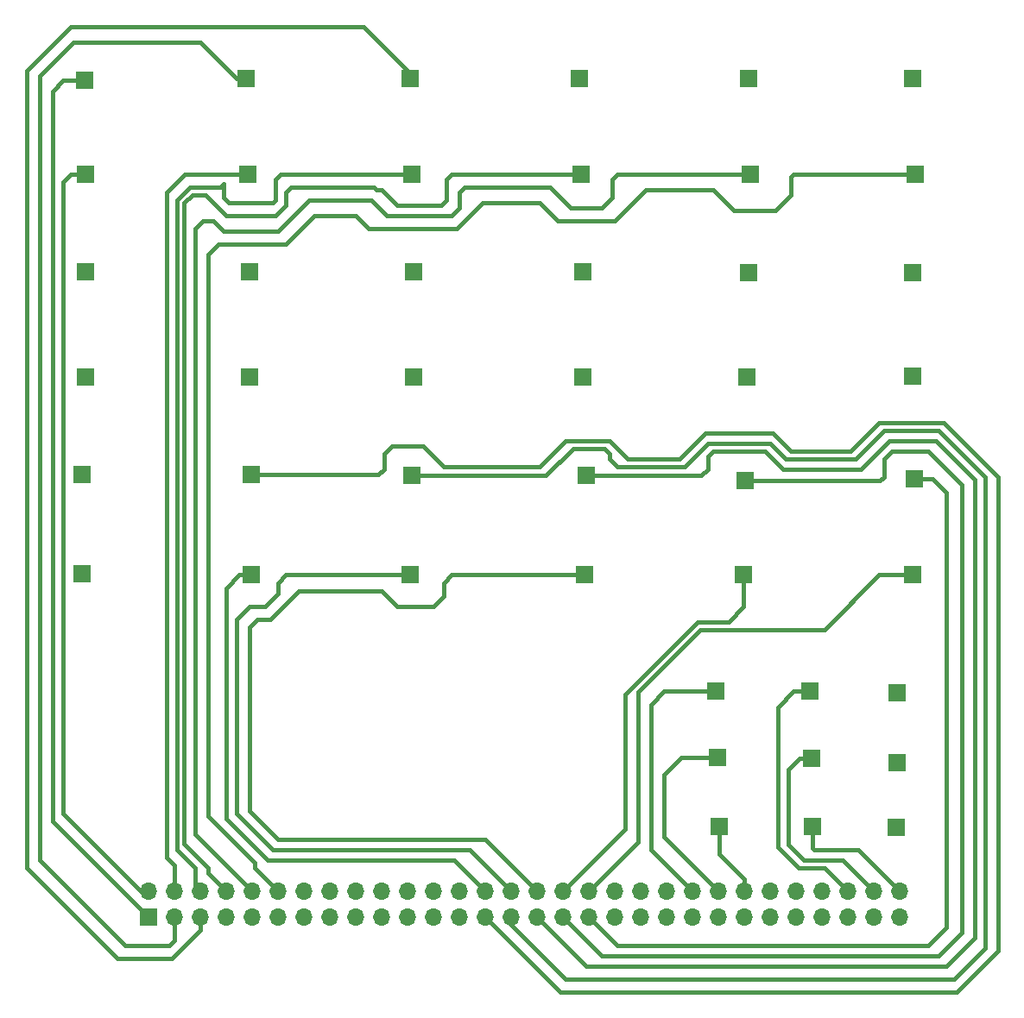
<source format=gtl>
G04 #@! TF.FileFunction,Copper,L1,Top,Signal*
%FSLAX46Y46*%
G04 Gerber Fmt 4.6, Leading zero omitted, Abs format (unit mm)*
G04 Created by KiCad (PCBNEW 4.0.7) date 03/13/18 19:14:56*
%MOMM*%
%LPD*%
G01*
G04 APERTURE LIST*
%ADD10C,0.100000*%
%ADD11R,1.700000X1.700000*%
%ADD12O,1.700000X1.700000*%
%ADD13C,0.400000*%
G04 APERTURE END LIST*
D10*
D11*
X98044000Y-148082000D03*
D12*
X98044000Y-145542000D03*
X100584000Y-148082000D03*
X100584000Y-145542000D03*
X103124000Y-148082000D03*
X103124000Y-145542000D03*
X105664000Y-148082000D03*
X105664000Y-145542000D03*
X108204000Y-148082000D03*
X108204000Y-145542000D03*
X110744000Y-148082000D03*
X110744000Y-145542000D03*
X113284000Y-148082000D03*
X113284000Y-145542000D03*
X115824000Y-148082000D03*
X115824000Y-145542000D03*
X118364000Y-148082000D03*
X118364000Y-145542000D03*
X120904000Y-148082000D03*
X120904000Y-145542000D03*
X123444000Y-148082000D03*
X123444000Y-145542000D03*
X125984000Y-148082000D03*
X125984000Y-145542000D03*
X128524000Y-148082000D03*
X128524000Y-145542000D03*
X131064000Y-148082000D03*
X131064000Y-145542000D03*
X133604000Y-148082000D03*
X133604000Y-145542000D03*
X136144000Y-148082000D03*
X136144000Y-145542000D03*
X138684000Y-148082000D03*
X138684000Y-145542000D03*
X141224000Y-148082000D03*
X141224000Y-145542000D03*
X143764000Y-148082000D03*
X143764000Y-145542000D03*
X146304000Y-148082000D03*
X146304000Y-145542000D03*
X148844000Y-148082000D03*
X148844000Y-145542000D03*
X151384000Y-148082000D03*
X151384000Y-145542000D03*
X153924000Y-148082000D03*
X153924000Y-145542000D03*
X156464000Y-148082000D03*
X156464000Y-145542000D03*
X159004000Y-148082000D03*
X159004000Y-145542000D03*
X161544000Y-148082000D03*
X161544000Y-145542000D03*
X164084000Y-148082000D03*
X164084000Y-145542000D03*
X166624000Y-148082000D03*
X166624000Y-145542000D03*
X169164000Y-148082000D03*
X169164000Y-145542000D03*
X171704000Y-148082000D03*
X171704000Y-145542000D03*
D11*
X91897619Y-75187000D03*
X107829619Y-75187000D03*
X123923619Y-75187000D03*
X140525619Y-75187000D03*
X157127619Y-75187000D03*
X173221619Y-75187000D03*
X91897619Y-95105000D03*
X107991619Y-95105000D03*
X124085619Y-95105000D03*
X140687619Y-95105000D03*
X156781619Y-95105000D03*
X173015619Y-94999000D03*
X91595619Y-114409000D03*
X108153619Y-114515000D03*
X123739619Y-114515000D03*
X140849619Y-114515000D03*
X156435619Y-114515000D03*
X173037619Y-114515000D03*
X91849619Y-66001000D03*
X107645619Y-65853000D03*
X123739619Y-65853000D03*
X140341619Y-65853000D03*
X156943619Y-65853000D03*
X173037619Y-65853000D03*
X91897619Y-84755000D03*
X107991619Y-84755000D03*
X124085619Y-84755000D03*
X140687619Y-84755000D03*
X156921619Y-84861000D03*
X173015619Y-84861000D03*
X91573619Y-104673000D03*
X108175619Y-104673000D03*
X123901619Y-104779000D03*
X141011619Y-104779000D03*
X156597619Y-105287000D03*
X173177619Y-105139000D03*
X153711619Y-125967000D03*
X153873619Y-132423000D03*
X154000619Y-139260000D03*
X171443619Y-126093000D03*
X171491619Y-132931000D03*
X171408619Y-139322000D03*
X162947619Y-125967000D03*
X163131619Y-132507000D03*
X163223619Y-139259000D03*
D13*
X91849619Y-66001000D02*
X89701000Y-66001000D01*
X88646000Y-138684000D02*
X98044000Y-148082000D01*
X88646000Y-67056000D02*
X88646000Y-138684000D01*
X89701000Y-66001000D02*
X88646000Y-67056000D01*
X91897619Y-75187000D02*
X90421000Y-75187000D01*
X89662000Y-137922000D02*
X97282000Y-145542000D01*
X89662000Y-75946000D02*
X89662000Y-137922000D01*
X90421000Y-75187000D02*
X89662000Y-75946000D01*
X97282000Y-145542000D02*
X98044000Y-145542000D01*
X107645619Y-65853000D02*
X106747000Y-65853000D01*
X100584000Y-150368000D02*
X100584000Y-148082000D01*
X100076000Y-150876000D02*
X100584000Y-150368000D01*
X95758000Y-150876000D02*
X100076000Y-150876000D01*
X87376000Y-142494000D02*
X95758000Y-150876000D01*
X87376000Y-65532000D02*
X87376000Y-142494000D01*
X90678000Y-62230000D02*
X87376000Y-65532000D01*
X103124000Y-62230000D02*
X90678000Y-62230000D01*
X106747000Y-65853000D02*
X103124000Y-62230000D01*
X107829619Y-75187000D02*
X101597000Y-75187000D01*
X100584000Y-143002000D02*
X100584000Y-145542000D01*
X99822000Y-142240000D02*
X100584000Y-143002000D01*
X99822000Y-76962000D02*
X99822000Y-142240000D01*
X101597000Y-75187000D02*
X99822000Y-76962000D01*
X123739619Y-65853000D02*
X123739619Y-65319619D01*
X123739619Y-65319619D02*
X119126000Y-60706000D01*
X119126000Y-60706000D02*
X90424000Y-60706000D01*
X90424000Y-60706000D02*
X86106000Y-65024000D01*
X86106000Y-65024000D02*
X86106000Y-143256000D01*
X86106000Y-143256000D02*
X94996000Y-152146000D01*
X94996000Y-152146000D02*
X100330000Y-152146000D01*
X100330000Y-152146000D02*
X103124000Y-149352000D01*
X103124000Y-149352000D02*
X103124000Y-148082000D01*
X123923619Y-75187000D02*
X110995000Y-75187000D01*
X102616000Y-143256000D02*
X102616000Y-145034000D01*
X100838000Y-141478000D02*
X102616000Y-143256000D01*
X100838000Y-77724000D02*
X100838000Y-141478000D01*
X102108000Y-76454000D02*
X100838000Y-77724000D01*
X105097002Y-76454000D02*
X102108000Y-76454000D01*
X105410000Y-76141002D02*
X105097002Y-76454000D01*
X105410000Y-77470000D02*
X105410000Y-76141002D01*
X105918000Y-77978000D02*
X105410000Y-77470000D01*
X110236000Y-77978000D02*
X105918000Y-77978000D01*
X110490000Y-77724000D02*
X110236000Y-77978000D01*
X110490000Y-75692000D02*
X110490000Y-77724000D01*
X110995000Y-75187000D02*
X110490000Y-75692000D01*
X102616000Y-145034000D02*
X103124000Y-145542000D01*
X140525619Y-75187000D02*
X127759000Y-75187000D01*
X103886000Y-143764000D02*
X105664000Y-145542000D01*
X103886000Y-143256000D02*
X103886000Y-143764000D01*
X101538002Y-140908002D02*
X103886000Y-143256000D01*
X101538002Y-78039998D02*
X101538002Y-140908002D01*
X102362000Y-77216000D02*
X101538002Y-78039998D01*
X103632000Y-77216000D02*
X102362000Y-77216000D01*
X104648000Y-78232000D02*
X103632000Y-77216000D01*
X105664000Y-79248000D02*
X104648000Y-78232000D01*
X110490000Y-79248000D02*
X105664000Y-79248000D01*
X111506000Y-78232000D02*
X110490000Y-79248000D01*
X111506000Y-76962000D02*
X111506000Y-78232000D01*
X112014000Y-76454000D02*
X111506000Y-76962000D01*
X120142000Y-76454000D02*
X112014000Y-76454000D01*
X120396000Y-76708000D02*
X120142000Y-76454000D01*
X120904000Y-76708000D02*
X120396000Y-76708000D01*
X122428000Y-78232000D02*
X120904000Y-76708000D01*
X126746000Y-78232000D02*
X122428000Y-78232000D01*
X127254000Y-77724000D02*
X126746000Y-78232000D01*
X127254000Y-75692000D02*
X127254000Y-77724000D01*
X127759000Y-75187000D02*
X127254000Y-75692000D01*
X110744000Y-80772000D02*
X105410000Y-80772000D01*
X157127619Y-75187000D02*
X144021000Y-75187000D01*
X105664000Y-143002000D02*
X108204000Y-145542000D01*
X102616000Y-139954000D02*
X105664000Y-143002000D01*
X102616000Y-80518000D02*
X102616000Y-139954000D01*
X103378000Y-79756000D02*
X102616000Y-80518000D01*
X104394000Y-79756000D02*
X103378000Y-79756000D01*
X105410000Y-80772000D02*
X104394000Y-79756000D01*
X113792000Y-77724000D02*
X110744000Y-80772000D01*
X119888000Y-77724000D02*
X113792000Y-77724000D01*
X121412000Y-79248000D02*
X119888000Y-77724000D01*
X127762000Y-79248000D02*
X121412000Y-79248000D01*
X128524000Y-78486000D02*
X127762000Y-79248000D01*
X128524000Y-76962000D02*
X128524000Y-78486000D01*
X129032000Y-76454000D02*
X128524000Y-76962000D01*
X137414000Y-76454000D02*
X129032000Y-76454000D01*
X139446000Y-78486000D02*
X137414000Y-76454000D01*
X142494000Y-78486000D02*
X139446000Y-78486000D01*
X143510000Y-77470000D02*
X142494000Y-78486000D01*
X143510000Y-75698000D02*
X143510000Y-77470000D01*
X144021000Y-75187000D02*
X143510000Y-75698000D01*
X173221619Y-75187000D02*
X161293000Y-75187000D01*
X108458000Y-143256000D02*
X110744000Y-145542000D01*
X108458000Y-142748000D02*
X108458000Y-143256000D01*
X103886000Y-138176000D02*
X108458000Y-142748000D01*
X103886000Y-83058000D02*
X103886000Y-138176000D01*
X104902000Y-82042000D02*
X103886000Y-83058000D01*
X111506000Y-82042000D02*
X104902000Y-82042000D01*
X114300000Y-79248000D02*
X111506000Y-82042000D01*
X118364000Y-79248000D02*
X114300000Y-79248000D01*
X119634000Y-80518000D02*
X118364000Y-79248000D01*
X128270000Y-80518000D02*
X119634000Y-80518000D01*
X130810000Y-77978000D02*
X128270000Y-80518000D01*
X136398000Y-77978000D02*
X130810000Y-77978000D01*
X138176000Y-79756000D02*
X136398000Y-77978000D01*
X143764000Y-79756000D02*
X138176000Y-79756000D01*
X146812000Y-76708000D02*
X143764000Y-79756000D01*
X153416000Y-76708000D02*
X146812000Y-76708000D01*
X155448000Y-78740000D02*
X153416000Y-76708000D01*
X159512000Y-78740000D02*
X155448000Y-78740000D01*
X161036000Y-77216000D02*
X159512000Y-78740000D01*
X161036000Y-75444000D02*
X161036000Y-77216000D01*
X161293000Y-75187000D02*
X161036000Y-75444000D01*
X108175619Y-104673000D02*
X120625000Y-104673000D01*
X138430000Y-155448000D02*
X131064000Y-148082000D01*
X177292000Y-155448000D02*
X138430000Y-155448000D01*
X181356000Y-151384000D02*
X177292000Y-155448000D01*
X181356000Y-104902000D02*
X181356000Y-151384000D01*
X176022000Y-99568000D02*
X181356000Y-104902000D01*
X169672000Y-99568000D02*
X176022000Y-99568000D01*
X166878000Y-102362000D02*
X169672000Y-99568000D01*
X161036000Y-102362000D02*
X166878000Y-102362000D01*
X159258000Y-100584000D02*
X161036000Y-102362000D01*
X152654000Y-100584000D02*
X159258000Y-100584000D01*
X150114000Y-103124000D02*
X152654000Y-100584000D01*
X145034000Y-103124000D02*
X150114000Y-103124000D01*
X143256000Y-101346000D02*
X145034000Y-103124000D01*
X138938000Y-101346000D02*
X143256000Y-101346000D01*
X136398000Y-103886000D02*
X138938000Y-101346000D01*
X127000000Y-103886000D02*
X136398000Y-103886000D01*
X124968000Y-101854000D02*
X127000000Y-103886000D01*
X121920000Y-101854000D02*
X124968000Y-101854000D01*
X121158000Y-102616000D02*
X121920000Y-101854000D01*
X121158000Y-104140000D02*
X121158000Y-102616000D01*
X120625000Y-104673000D02*
X121158000Y-104140000D01*
X108153619Y-114515000D02*
X106973000Y-114515000D01*
X128016000Y-142494000D02*
X131064000Y-145542000D01*
X109728000Y-142494000D02*
X128016000Y-142494000D01*
X105664000Y-138430000D02*
X109728000Y-142494000D01*
X105664000Y-115824000D02*
X105664000Y-138430000D01*
X106973000Y-114515000D02*
X105664000Y-115824000D01*
X133604000Y-148082000D02*
X133604000Y-148844000D01*
X133604000Y-148844000D02*
X138938000Y-154178000D01*
X138938000Y-154178000D02*
X177038000Y-154178000D01*
X177038000Y-154178000D02*
X180086000Y-151130000D01*
X180086000Y-151130000D02*
X180086000Y-104902000D01*
X180086000Y-104902000D02*
X175514000Y-100330000D01*
X175514000Y-100330000D02*
X170180000Y-100330000D01*
X170180000Y-100330000D02*
X167386000Y-103124000D01*
X167386000Y-103124000D02*
X160528000Y-103124000D01*
X160528000Y-103124000D02*
X159004000Y-101600000D01*
X159004000Y-101600000D02*
X152908000Y-101600000D01*
X152908000Y-101600000D02*
X150622000Y-103886000D01*
X150622000Y-103886000D02*
X144018000Y-103886000D01*
X144018000Y-103886000D02*
X143256000Y-103124000D01*
X143256000Y-103124000D02*
X143256000Y-102616000D01*
X143256000Y-102616000D02*
X142748000Y-102108000D01*
X142748000Y-102108000D02*
X139700000Y-102108000D01*
X139700000Y-102108000D02*
X137029000Y-104779000D01*
X137029000Y-104779000D02*
X123901619Y-104779000D01*
X123739619Y-114515000D02*
X111545000Y-114515000D01*
X129540000Y-141478000D02*
X133604000Y-145542000D01*
X110236000Y-141478000D02*
X129540000Y-141478000D01*
X106680000Y-137922000D02*
X110236000Y-141478000D01*
X106680000Y-118872000D02*
X106680000Y-137922000D01*
X107950000Y-117602000D02*
X106680000Y-118872000D01*
X109474000Y-117602000D02*
X107950000Y-117602000D01*
X110744000Y-116332000D02*
X109474000Y-117602000D01*
X110744000Y-115316000D02*
X110744000Y-116332000D01*
X111545000Y-114515000D02*
X110744000Y-115316000D01*
X141011619Y-104779000D02*
X152277000Y-104779000D01*
X140970000Y-152908000D02*
X136144000Y-148082000D01*
X176276000Y-152908000D02*
X140970000Y-152908000D01*
X179070000Y-150114000D02*
X176276000Y-152908000D01*
X179070000Y-105156000D02*
X179070000Y-150114000D01*
X175260000Y-101346000D02*
X179070000Y-105156000D01*
X170688000Y-101346000D02*
X175260000Y-101346000D01*
X167894000Y-104140000D02*
X170688000Y-101346000D01*
X160274000Y-104140000D02*
X167894000Y-104140000D01*
X158496000Y-102362000D02*
X160274000Y-104140000D01*
X153416000Y-102362000D02*
X158496000Y-102362000D01*
X152908000Y-102870000D02*
X153416000Y-102362000D01*
X152908000Y-104148000D02*
X152908000Y-102870000D01*
X152277000Y-104779000D02*
X152908000Y-104148000D01*
X140849619Y-114515000D02*
X127801000Y-114515000D01*
X131064000Y-140462000D02*
X136144000Y-145542000D01*
X110744000Y-140462000D02*
X131064000Y-140462000D01*
X107950000Y-137668000D02*
X110744000Y-140462000D01*
X107950000Y-119634000D02*
X107950000Y-137668000D01*
X108712000Y-118872000D02*
X107950000Y-119634000D01*
X109982000Y-118872000D02*
X108712000Y-118872000D01*
X112776000Y-116078000D02*
X109982000Y-118872000D01*
X120904000Y-116078000D02*
X112776000Y-116078000D01*
X122428000Y-117602000D02*
X120904000Y-116078000D01*
X125984000Y-117602000D02*
X122428000Y-117602000D01*
X127000000Y-116586000D02*
X125984000Y-117602000D01*
X127000000Y-115316000D02*
X127000000Y-116586000D01*
X127801000Y-114515000D02*
X127000000Y-115316000D01*
X156597619Y-105287000D02*
X169803000Y-105287000D01*
X142494000Y-151892000D02*
X138684000Y-148082000D01*
X175514000Y-151892000D02*
X142494000Y-151892000D01*
X177800000Y-149606000D02*
X175514000Y-151892000D01*
X177800000Y-105664000D02*
X177800000Y-149606000D01*
X174498000Y-102362000D02*
X177800000Y-105664000D01*
X170942000Y-102362000D02*
X174498000Y-102362000D01*
X170180000Y-103124000D02*
X170942000Y-102362000D01*
X170180000Y-104910000D02*
X170180000Y-103124000D01*
X169803000Y-105287000D02*
X170180000Y-104910000D01*
X156435619Y-114515000D02*
X156435619Y-117630381D01*
X144780000Y-139446000D02*
X138684000Y-145542000D01*
X144780000Y-126238000D02*
X144780000Y-139446000D01*
X151892000Y-119126000D02*
X144780000Y-126238000D01*
X154940000Y-119126000D02*
X151892000Y-119126000D01*
X156435619Y-117630381D02*
X154940000Y-119126000D01*
X173177619Y-105139000D02*
X174989000Y-105139000D01*
X144018000Y-150876000D02*
X141224000Y-148082000D01*
X174498000Y-150876000D02*
X144018000Y-150876000D01*
X176276000Y-149098000D02*
X174498000Y-150876000D01*
X176276000Y-106426000D02*
X176276000Y-149098000D01*
X174989000Y-105139000D02*
X176276000Y-106426000D01*
X173037619Y-114515000D02*
X169711000Y-114515000D01*
X146050000Y-140716000D02*
X141224000Y-145542000D01*
X146050000Y-125984000D02*
X146050000Y-140716000D01*
X152146000Y-119888000D02*
X146050000Y-125984000D01*
X164338000Y-119888000D02*
X152146000Y-119888000D01*
X169711000Y-114515000D02*
X164338000Y-119888000D01*
X153711619Y-125967000D02*
X148607000Y-125967000D01*
X147320000Y-141478000D02*
X151384000Y-145542000D01*
X147320000Y-127254000D02*
X147320000Y-141478000D01*
X148607000Y-125967000D02*
X147320000Y-127254000D01*
X153873619Y-132423000D02*
X150279000Y-132423000D01*
X148590000Y-140208000D02*
X153924000Y-145542000D01*
X148590000Y-134112000D02*
X148590000Y-140208000D01*
X150279000Y-132423000D02*
X148590000Y-134112000D01*
X154000619Y-139260000D02*
X154000619Y-141909381D01*
X156464000Y-144372762D02*
X156464000Y-145542000D01*
X154000619Y-141909381D02*
X156464000Y-144372762D01*
X162947619Y-125967000D02*
X161307000Y-125967000D01*
X164338000Y-143256000D02*
X166624000Y-145542000D01*
X161798000Y-143256000D02*
X164338000Y-143256000D01*
X159766000Y-141224000D02*
X161798000Y-143256000D01*
X159766000Y-127508000D02*
X159766000Y-141224000D01*
X161307000Y-125967000D02*
X159766000Y-127508000D01*
X163131619Y-132507000D02*
X161879000Y-132507000D01*
X166116000Y-142494000D02*
X169164000Y-145542000D01*
X162306000Y-142494000D02*
X166116000Y-142494000D01*
X160782000Y-140970000D02*
X162306000Y-142494000D01*
X160782000Y-133604000D02*
X160782000Y-140970000D01*
X161879000Y-132507000D02*
X160782000Y-133604000D01*
X163223619Y-139259000D02*
X163223619Y-141379619D01*
X167640000Y-141478000D02*
X171704000Y-145542000D01*
X163322000Y-141478000D02*
X167640000Y-141478000D01*
X163223619Y-141379619D02*
X163322000Y-141478000D01*
M02*

</source>
